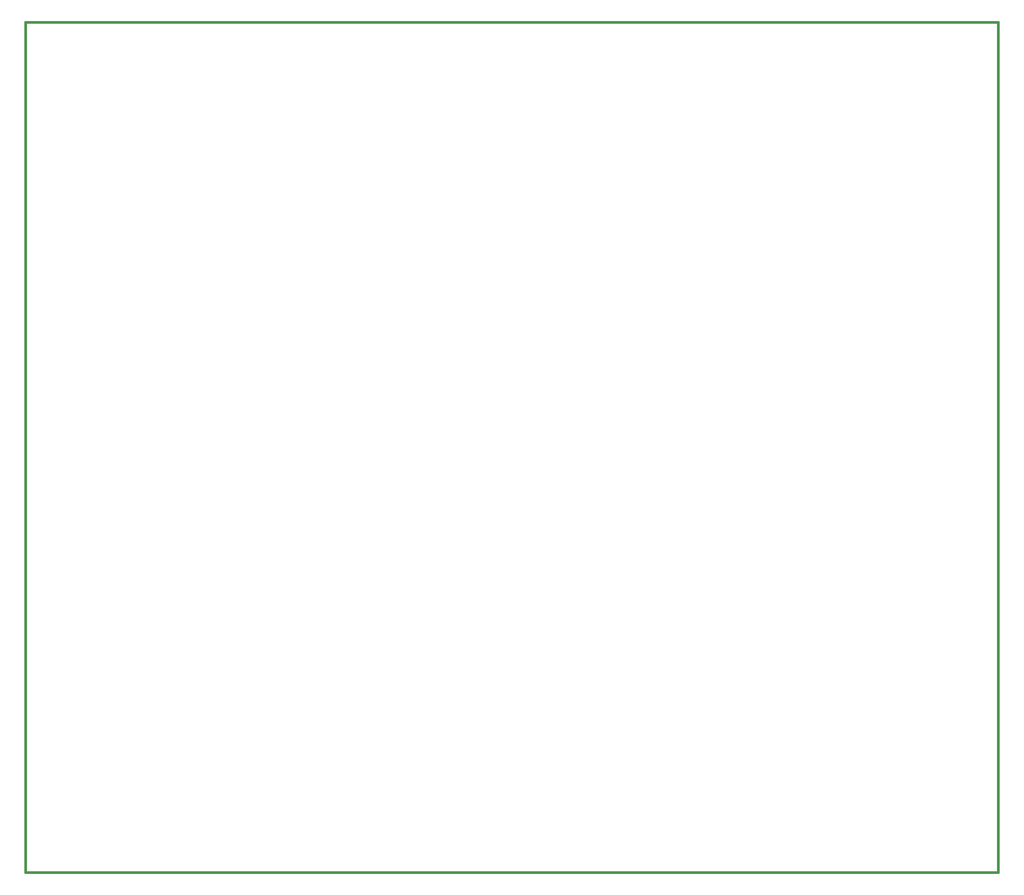
<source format=gbr>
G04 (created by PCBNEW-RS274X (2011-05-25)-stable) date Fri 10 Aug 2012 02:01:07 AM MDT*
G01*
G70*
G90*
%MOIN*%
G04 Gerber Fmt 3.4, Leading zero omitted, Abs format*
%FSLAX34Y34*%
G04 APERTURE LIST*
%ADD10C,0.006000*%
%ADD11C,0.015000*%
%ADD12C,0.180000*%
%ADD13C,0.075000*%
%ADD14C,0.080000*%
%ADD15R,0.080000X0.080000*%
%ADD16O,0.110000X0.082000*%
%ADD17R,0.110000X0.082000*%
%ADD18O,0.082000X0.110000*%
%ADD19R,0.082000X0.110000*%
%ADD20C,0.090000*%
%ADD21R,0.090000X0.090000*%
%ADD22R,0.075000X0.075000*%
%ADD23R,0.085000X0.085000*%
%ADD24C,0.085000*%
%ADD25O,0.118400X0.090900*%
%ADD26C,0.320000*%
%ADD27R,0.085000X0.140000*%
%ADD28R,0.260000X0.260000*%
%ADD29R,0.147600X0.147600*%
%ADD30C,0.147600*%
%ADD31C,0.065000*%
G04 APERTURE END LIST*
G54D10*
G54D11*
X28250Y-64750D02*
X28250Y-62500D01*
X88250Y-64750D02*
X88250Y-62500D01*
X88250Y-61250D02*
X88250Y-62500D01*
X28250Y-62500D02*
X28250Y-60750D01*
X28250Y-12250D02*
X28250Y-62250D01*
X88250Y-12250D02*
X28250Y-12250D01*
X88250Y-62250D02*
X88250Y-12250D01*
X28250Y-64750D02*
X88250Y-64750D01*
%LPC*%
G54D12*
X62750Y-34250D03*
X82250Y-14250D03*
X48250Y-14250D03*
X63250Y-14250D03*
G54D13*
X63270Y-18190D03*
X63270Y-16190D03*
G54D14*
X60350Y-38750D03*
G54D15*
X65000Y-23000D03*
G54D14*
X66000Y-23000D03*
X67000Y-23000D03*
G54D15*
X65000Y-24500D03*
G54D14*
X66000Y-24500D03*
X67000Y-24500D03*
G54D15*
X65000Y-21500D03*
G54D14*
X66000Y-21500D03*
X67000Y-21500D03*
G54D15*
X34000Y-59750D03*
G54D14*
X35000Y-59750D03*
X36000Y-59750D03*
X37000Y-59750D03*
X38000Y-59750D03*
X39000Y-59750D03*
G54D15*
X46500Y-59750D03*
G54D14*
X47500Y-59750D03*
X48500Y-59750D03*
X49500Y-59750D03*
X50500Y-59750D03*
X51500Y-59750D03*
G54D16*
X49250Y-32750D03*
X49250Y-33750D03*
X49250Y-34750D03*
X49250Y-35750D03*
X49250Y-36750D03*
X49250Y-37750D03*
X49250Y-38750D03*
X49250Y-39750D03*
X49250Y-40750D03*
X49250Y-41750D03*
X49250Y-42750D03*
X49250Y-43750D03*
X49250Y-44750D03*
G54D17*
X49250Y-31750D03*
G54D16*
X52250Y-44750D03*
X52250Y-43750D03*
X52250Y-42750D03*
X52250Y-41750D03*
X52250Y-40750D03*
X52250Y-39750D03*
X52250Y-38750D03*
X52250Y-37750D03*
X52250Y-36750D03*
X52250Y-35750D03*
X52250Y-34750D03*
X52250Y-33750D03*
X52250Y-32750D03*
X52250Y-31750D03*
G54D18*
X34250Y-48250D03*
X35250Y-48250D03*
X36250Y-48250D03*
X37250Y-48250D03*
X38250Y-48250D03*
X39250Y-48250D03*
X40250Y-48250D03*
X41250Y-48250D03*
X42250Y-48250D03*
X43250Y-48250D03*
X44250Y-48250D03*
X45250Y-48250D03*
X46250Y-48250D03*
G54D19*
X33250Y-48250D03*
G54D18*
X46250Y-45250D03*
X45250Y-45250D03*
X44250Y-45250D03*
X43250Y-45250D03*
X42250Y-45250D03*
X41250Y-45250D03*
X40250Y-45250D03*
X39250Y-45250D03*
X38250Y-45250D03*
X37250Y-45250D03*
X36250Y-45250D03*
X35250Y-45250D03*
X34250Y-45250D03*
X33250Y-45250D03*
G54D19*
X49750Y-50750D03*
G54D18*
X50750Y-50750D03*
X51750Y-50750D03*
X52750Y-50750D03*
X53750Y-50750D03*
X54750Y-50750D03*
X55750Y-50750D03*
X56750Y-50750D03*
X57750Y-50750D03*
X57750Y-47750D03*
X56750Y-47750D03*
X55750Y-47750D03*
X54750Y-47750D03*
X53750Y-47750D03*
X52750Y-47750D03*
X51750Y-47750D03*
X50750Y-47750D03*
X49750Y-47750D03*
G54D20*
X82750Y-46250D03*
G54D21*
X86750Y-46250D03*
G54D22*
X85750Y-52750D03*
G54D13*
X82750Y-52750D03*
X69000Y-26750D03*
X67000Y-26750D03*
X74750Y-51250D03*
X72750Y-51250D03*
X77000Y-26750D03*
X77000Y-27750D03*
X69850Y-45350D03*
X71850Y-45350D03*
X77000Y-25750D03*
X77000Y-24750D03*
G54D15*
X59000Y-59750D03*
G54D14*
X60000Y-59750D03*
X61000Y-59750D03*
X62000Y-59750D03*
X63000Y-59750D03*
X64000Y-59750D03*
G54D21*
X66750Y-39750D03*
G54D20*
X66750Y-41750D03*
G54D13*
X83000Y-34750D03*
X83000Y-32750D03*
G54D20*
X66750Y-50750D03*
G54D21*
X66750Y-45750D03*
G54D20*
X75750Y-55250D03*
G54D21*
X71750Y-55250D03*
G54D22*
X77250Y-49750D03*
G54D13*
X77250Y-52750D03*
G54D22*
X77750Y-44500D03*
G54D13*
X74750Y-44500D03*
G54D15*
X72500Y-59750D03*
G54D14*
X73500Y-59750D03*
X74500Y-59750D03*
X75500Y-59750D03*
X76500Y-59750D03*
X77500Y-59750D03*
G54D16*
X73500Y-33750D03*
X73500Y-32750D03*
X73500Y-31750D03*
X73500Y-30750D03*
X73500Y-29750D03*
X73500Y-28750D03*
X73500Y-27750D03*
X73500Y-26750D03*
X73500Y-25750D03*
X73500Y-24750D03*
X73500Y-23750D03*
X73500Y-22750D03*
X73500Y-21750D03*
G54D17*
X73500Y-34750D03*
G54D16*
X70500Y-21750D03*
X70500Y-22750D03*
X70500Y-23750D03*
X70500Y-24750D03*
X70500Y-25750D03*
X70500Y-26750D03*
X70500Y-27750D03*
X70500Y-28750D03*
X70500Y-29750D03*
X70500Y-30750D03*
X70500Y-31750D03*
X70500Y-32750D03*
X70500Y-33750D03*
X70500Y-34750D03*
G54D15*
X68750Y-16500D03*
G54D14*
X68750Y-15500D03*
X69750Y-16500D03*
X69750Y-15500D03*
X70750Y-16500D03*
X70750Y-15500D03*
G54D13*
X87000Y-34750D03*
X87000Y-36750D03*
X84000Y-34750D03*
X84000Y-36750D03*
G54D23*
X68750Y-52250D03*
G54D24*
X69750Y-52250D03*
G54D21*
X62250Y-46750D03*
G54D20*
X64250Y-46750D03*
G54D13*
X64250Y-43750D03*
X62250Y-43750D03*
G54D21*
X76000Y-41000D03*
G54D20*
X76000Y-43000D03*
G54D23*
X76000Y-46250D03*
G54D24*
X76000Y-47250D03*
G54D13*
X75250Y-48750D03*
X77250Y-48750D03*
X67000Y-27750D03*
X69000Y-27750D03*
G54D24*
X67250Y-54250D03*
X64250Y-54250D03*
X64250Y-53250D03*
X67250Y-53250D03*
X86250Y-41750D03*
X86250Y-44750D03*
X84250Y-44750D03*
X84250Y-41750D03*
X45250Y-43750D03*
X45250Y-40750D03*
X70500Y-13750D03*
X73500Y-13750D03*
G54D22*
X64750Y-51250D03*
G54D13*
X63750Y-51250D03*
X63750Y-50250D03*
G54D20*
X75250Y-25250D03*
X75250Y-27250D03*
G54D19*
X43750Y-29250D03*
G54D18*
X44750Y-29250D03*
X45750Y-29250D03*
X46750Y-29250D03*
X47750Y-29250D03*
X48750Y-29250D03*
X49750Y-29250D03*
X50750Y-29250D03*
X51750Y-29250D03*
X51750Y-26250D03*
X50750Y-26250D03*
X49750Y-26250D03*
X48750Y-26250D03*
X47750Y-26250D03*
X46750Y-26250D03*
X45750Y-26250D03*
X44750Y-26250D03*
X43750Y-26250D03*
G54D19*
X33750Y-29250D03*
G54D18*
X34750Y-29250D03*
X35750Y-29250D03*
X36750Y-29250D03*
X37750Y-29250D03*
X38750Y-29250D03*
X39750Y-29250D03*
X40750Y-29250D03*
X41750Y-29250D03*
X41750Y-26250D03*
X40750Y-26250D03*
X39750Y-26250D03*
X38750Y-26250D03*
X37750Y-26250D03*
X36750Y-26250D03*
X35750Y-26250D03*
X34750Y-26250D03*
X33750Y-26250D03*
G54D19*
X33250Y-43750D03*
G54D18*
X34250Y-43750D03*
X35250Y-43750D03*
X36250Y-43750D03*
X37250Y-43750D03*
X38250Y-43750D03*
X39250Y-43750D03*
X40250Y-43750D03*
X41250Y-43750D03*
X41250Y-40750D03*
X40250Y-40750D03*
X39250Y-40750D03*
X38250Y-40750D03*
X37250Y-40750D03*
X36250Y-40750D03*
X35250Y-40750D03*
X34250Y-40750D03*
X33250Y-40750D03*
G54D19*
X41250Y-50750D03*
G54D18*
X40250Y-50750D03*
X39250Y-50750D03*
X38250Y-50750D03*
X37250Y-50750D03*
X36250Y-50750D03*
X35250Y-50750D03*
X34250Y-50750D03*
X33250Y-50750D03*
X33250Y-53750D03*
X34250Y-53750D03*
X35250Y-53750D03*
X36250Y-53750D03*
X37250Y-53750D03*
X38250Y-53750D03*
X39250Y-53750D03*
X40250Y-53750D03*
X41250Y-53750D03*
G54D24*
X83750Y-21000D03*
X80750Y-21000D03*
X83750Y-19250D03*
X80750Y-19250D03*
X53750Y-43750D03*
X56750Y-43750D03*
G54D19*
X41750Y-21750D03*
G54D18*
X40750Y-21750D03*
X39750Y-21750D03*
X38750Y-21750D03*
X37750Y-21750D03*
X36750Y-21750D03*
X35750Y-21750D03*
X34750Y-21750D03*
X34750Y-24750D03*
X35750Y-24750D03*
X36750Y-24750D03*
X37750Y-24750D03*
X38750Y-24750D03*
X39750Y-24750D03*
X40750Y-24750D03*
X41750Y-24750D03*
G54D19*
X42750Y-24750D03*
G54D18*
X43750Y-24750D03*
X44750Y-24750D03*
X45750Y-24750D03*
X46750Y-24750D03*
X47750Y-24750D03*
X48750Y-24750D03*
X49750Y-24750D03*
X49750Y-21750D03*
X48750Y-21750D03*
X47750Y-21750D03*
X46750Y-21750D03*
X45750Y-21750D03*
X44750Y-21750D03*
X43750Y-21750D03*
X42750Y-21750D03*
G54D15*
X86250Y-33250D03*
G54D14*
X86250Y-32250D03*
X86250Y-31250D03*
X86250Y-30250D03*
X86250Y-29250D03*
X86250Y-28250D03*
G54D25*
X78754Y-47750D03*
X78754Y-46372D03*
X78754Y-49128D03*
X79935Y-48459D03*
X79935Y-47041D03*
G54D26*
X30750Y-14750D03*
X85750Y-14750D03*
X30750Y-59750D03*
X85750Y-59750D03*
G54D22*
X49750Y-52250D03*
G54D13*
X50750Y-52250D03*
X51750Y-52250D03*
X52750Y-52250D03*
X53750Y-52250D03*
X54750Y-52250D03*
X55750Y-52250D03*
X56750Y-52250D03*
X57750Y-52250D03*
G54D24*
X81250Y-29000D03*
X81250Y-26000D03*
X81250Y-30750D03*
X81250Y-33750D03*
X53750Y-41750D03*
X56750Y-41750D03*
X43250Y-43750D03*
X43250Y-40750D03*
G54D15*
X51750Y-53750D03*
G54D14*
X50750Y-53750D03*
X49750Y-53750D03*
G54D15*
X54250Y-26750D03*
G54D14*
X54250Y-27750D03*
X54250Y-28750D03*
G54D15*
X31250Y-26750D03*
G54D14*
X31250Y-27750D03*
X31250Y-28750D03*
G54D15*
X30750Y-41250D03*
G54D14*
X30750Y-42250D03*
X30750Y-43250D03*
G54D15*
X30750Y-51250D03*
G54D14*
X30750Y-52250D03*
X30750Y-53250D03*
G54D19*
X33250Y-39250D03*
G54D18*
X34250Y-39250D03*
X35250Y-39250D03*
X36250Y-39250D03*
X37250Y-39250D03*
X38250Y-39250D03*
X39250Y-39250D03*
X40250Y-39250D03*
X40250Y-36250D03*
X39250Y-36250D03*
X38250Y-36250D03*
X37250Y-36250D03*
X36250Y-36250D03*
X35250Y-36250D03*
X34250Y-36250D03*
X33250Y-36250D03*
G54D15*
X41750Y-18750D03*
G54D14*
X40750Y-18750D03*
X39750Y-18750D03*
X38750Y-18750D03*
X37750Y-18750D03*
G54D15*
X51750Y-18750D03*
G54D14*
X50750Y-18750D03*
X49750Y-18750D03*
X48750Y-18750D03*
X47750Y-18750D03*
G54D15*
X56750Y-53750D03*
G54D14*
X55750Y-53750D03*
X54750Y-53750D03*
X53750Y-53750D03*
X52750Y-53750D03*
G54D15*
X40250Y-33250D03*
G54D14*
X39250Y-33250D03*
X38250Y-33250D03*
X37250Y-33250D03*
X36250Y-33250D03*
G54D22*
X79500Y-30500D03*
G54D13*
X79500Y-29500D03*
X78500Y-29500D03*
G54D22*
X80500Y-25000D03*
G54D13*
X80500Y-24000D03*
X79500Y-24000D03*
G54D15*
X75500Y-15500D03*
G54D14*
X75500Y-16500D03*
G54D15*
X73250Y-15500D03*
G54D14*
X73250Y-16500D03*
G54D15*
X36750Y-18750D03*
G54D14*
X35750Y-18750D03*
X34750Y-18750D03*
X33750Y-18750D03*
X32750Y-18750D03*
G54D15*
X46750Y-18750D03*
G54D14*
X45750Y-18750D03*
X44750Y-18750D03*
X43750Y-18750D03*
X42750Y-18750D03*
G54D15*
X35250Y-33250D03*
G54D14*
X34250Y-33250D03*
X33250Y-33250D03*
X32250Y-33250D03*
X31250Y-33250D03*
G54D24*
X77250Y-14000D03*
X80250Y-14000D03*
G54D15*
X66750Y-31750D03*
G54D14*
X67750Y-31750D03*
X68750Y-31750D03*
G54D15*
X78750Y-17500D03*
G54D14*
X78750Y-16500D03*
X78750Y-15500D03*
G54D27*
X82100Y-54500D03*
G54D28*
X83000Y-57000D03*
G54D27*
X83900Y-54500D03*
G54D20*
X78550Y-54350D03*
X85550Y-54350D03*
G54D29*
X70250Y-42750D03*
G54D30*
X72250Y-40750D03*
G54D29*
X79750Y-43050D03*
G54D30*
X81750Y-41050D03*
G54D13*
X42000Y-49500D03*
X43000Y-49500D03*
X48000Y-39750D03*
X47000Y-39750D03*
X54500Y-45000D03*
X55500Y-45000D03*
X56500Y-45750D03*
X57500Y-45750D03*
G54D24*
X79000Y-52250D03*
X82000Y-52250D03*
G54D31*
X63750Y-39750D03*
X62250Y-42250D03*
G54D24*
X65500Y-46500D03*
X65500Y-43500D03*
X64500Y-34250D03*
X64500Y-37250D03*
X77250Y-53750D03*
X77250Y-56750D03*
G54D14*
X59750Y-30250D03*
G54D22*
X62250Y-13250D03*
G54D13*
X61250Y-13250D03*
X60250Y-13250D03*
X59250Y-13250D03*
X58250Y-13250D03*
X57250Y-13250D03*
X56250Y-13250D03*
G54D22*
X56250Y-21250D03*
G54D13*
X57250Y-21250D03*
X58250Y-21250D03*
X59250Y-21250D03*
X60250Y-21250D03*
X61250Y-21250D03*
X62250Y-21250D03*
M02*

</source>
